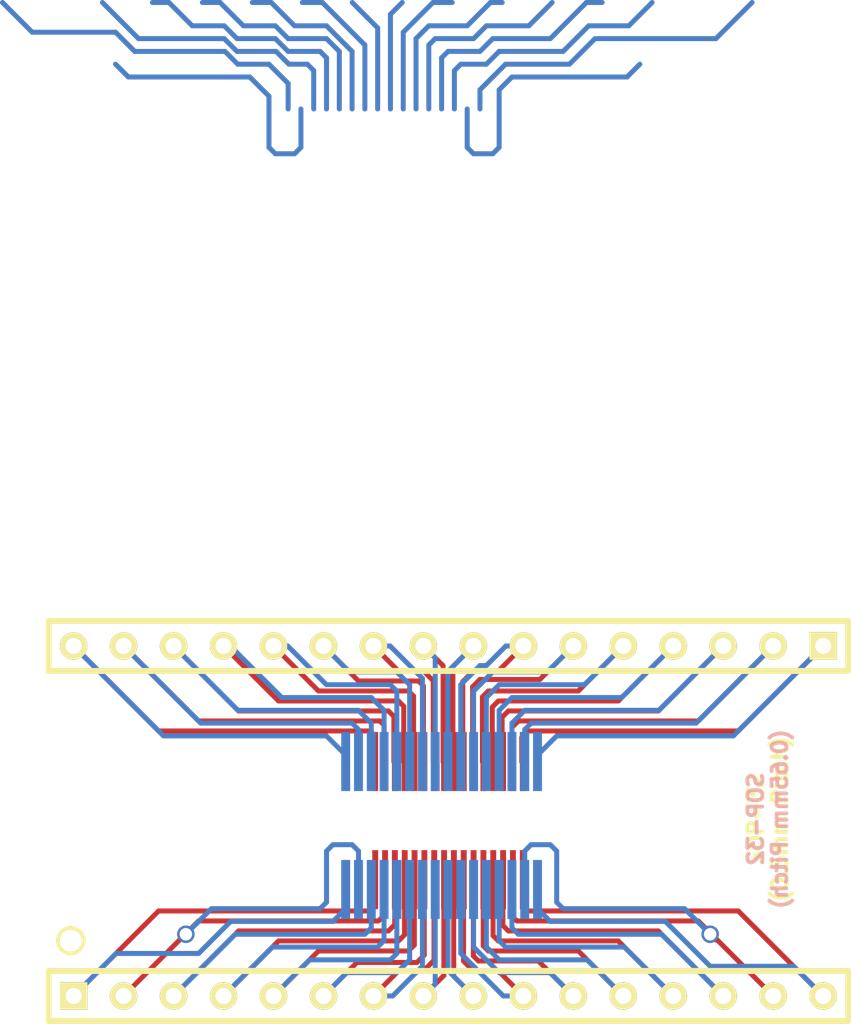
<source format=kicad_pcb>
(kicad_pcb (version 3) (host pcbnew "(2014-01-10 BZR 4027)-stable")

  (general
    (links 0)
    (no_connects 0)
    (area 88.569799 54.279799 129.870201 75.260201)
    (thickness 1.6)
    (drawings 3)
    (tracks 357)
    (zones 0)
    (modules 4)
    (nets 33)
  )

  (page A3)
  (layers
    (15 F.Cu signal)
    (0 B.Cu signal)
    (16 B.Adhes user)
    (17 F.Adhes user)
    (18 B.Paste user)
    (19 F.Paste user)
    (20 B.SilkS user)
    (21 F.SilkS user)
    (22 B.Mask user)
    (23 F.Mask user)
    (24 Dwgs.User user)
    (25 Cmts.User user)
    (26 Eco1.User user)
    (27 Eco2.User user)
    (28 Edge.Cuts user)
  )

  (setup
    (last_trace_width 0.254)
    (trace_clearance 0.1778)
    (zone_clearance 0.508)
    (zone_45_only no)
    (trace_min 0.254)
    (segment_width 0.2)
    (edge_width 0.1)
    (via_size 0.889)
    (via_drill 0.635)
    (via_min_size 0.889)
    (via_min_drill 0.508)
    (uvia_size 0.508)
    (uvia_drill 0.127)
    (uvias_allowed no)
    (uvia_min_size 0.508)
    (uvia_min_drill 0.127)
    (pcb_text_width 0.3)
    (pcb_text_size 1.5 1.5)
    (mod_edge_width 0.15)
    (mod_text_size 1 1)
    (mod_text_width 0.15)
    (pad_size 3 0.455)
    (pad_drill 0)
    (pad_to_mask_clearance 0)
    (aux_axis_origin 0 0)
    (visible_elements FFFFFBBF)
    (pcbplotparams
      (layerselection 3178497)
      (usegerberextensions true)
      (excludeedgelayer true)
      (linewidth 0.150000)
      (plotframeref false)
      (viasonmask false)
      (mode 1)
      (useauxorigin false)
      (hpglpennumber 1)
      (hpglpenspeed 20)
      (hpglpendiameter 15)
      (hpglpenoverlay 2)
      (psnegative false)
      (psa4output false)
      (plotreference true)
      (plotvalue true)
      (plotothertext true)
      (plotinvisibletext false)
      (padsonsilk false)
      (subtractmaskfromsilk false)
      (outputformat 1)
      (mirror false)
      (drillshape 1)
      (scaleselection 1)
      (outputdirectory ""))
  )

  (net 0 "")
  (net 1 N-000001)
  (net 2 N-0000010)
  (net 3 N-0000011)
  (net 4 N-0000012)
  (net 5 N-0000013)
  (net 6 N-0000014)
  (net 7 N-0000015)
  (net 8 N-0000016)
  (net 9 N-0000017)
  (net 10 N-0000018)
  (net 11 N-0000019)
  (net 12 N-000002)
  (net 13 N-0000020)
  (net 14 N-0000021)
  (net 15 N-0000022)
  (net 16 N-0000023)
  (net 17 N-0000024)
  (net 18 N-0000025)
  (net 19 N-0000026)
  (net 20 N-0000027)
  (net 21 N-0000028)
  (net 22 N-0000029)
  (net 23 N-000003)
  (net 24 N-0000030)
  (net 25 N-0000031)
  (net 26 N-0000032)
  (net 27 N-000004)
  (net 28 N-000005)
  (net 29 N-000006)
  (net 30 N-000007)
  (net 31 N-000008)
  (net 32 N-000009)

  (net_class Default "This is the default net class."
    (clearance 0.1778)
    (trace_width 0.254)
    (via_dia 0.889)
    (via_drill 0.635)
    (uvia_dia 0.508)
    (uvia_drill 0.127)
    (add_net "")
    (add_net N-000001)
    (add_net N-0000010)
    (add_net N-0000011)
    (add_net N-0000012)
    (add_net N-0000013)
    (add_net N-0000014)
    (add_net N-0000015)
    (add_net N-0000016)
    (add_net N-0000017)
    (add_net N-0000018)
    (add_net N-0000019)
    (add_net N-000002)
    (add_net N-0000020)
    (add_net N-0000021)
    (add_net N-0000022)
    (add_net N-0000023)
    (add_net N-0000024)
    (add_net N-0000025)
    (add_net N-0000026)
    (add_net N-0000027)
    (add_net N-0000028)
    (add_net N-0000029)
    (add_net N-000003)
    (add_net N-0000030)
    (add_net N-0000031)
    (add_net N-0000032)
    (add_net N-000004)
    (add_net N-000005)
    (add_net N-000006)
    (add_net N-000007)
    (add_net N-000008)
    (add_net N-000009)
  )

  (module SOP-32_065 (layer B.Cu) (tedit 54EF542C) (tstamp 54EE5EAB)
    (at 108.55 65 90)
    (descr "SOP-32 in 0.65mm pitch.  Suitable for breakout boards.")
    (path /54EE53E8)
    (fp_text reference K2 (at 0 0 90) (layer B.SilkS) hide
      (effects (font (size 1 1) (thickness 0.15)) (justify mirror))
    )
    (fp_text value PINS_32 (at 0 0 90) (layer B.SilkS) hide
      (effects (font (size 1 1) (thickness 0.15)) (justify mirror))
    )
    (pad 1 smd rect (at -3.25 5.2 90) (size 3 0.455)
      (layers B.Cu B.Paste B.Mask)
      (net 1 N-000001)
    )
    (pad 2 smd rect (at -3.25 4.55 90) (size 3 0.455)
      (layers B.Cu B.Paste B.Mask)
      (net 12 N-000002)
    )
    (pad 3 smd rect (at -3.25 3.9 90) (size 3 0.455)
      (layers B.Cu B.Paste B.Mask)
      (net 23 N-000003)
    )
    (pad 4 smd rect (at -3.25 3.25 90) (size 3 0.455)
      (layers B.Cu B.Paste B.Mask)
      (net 27 N-000004)
    )
    (pad 5 smd rect (at -3.25 2.6 90) (size 3 0.455)
      (layers B.Cu B.Paste B.Mask)
      (net 28 N-000005)
    )
    (pad 6 smd rect (at -3.25 1.95 90) (size 3 0.455)
      (layers B.Cu B.Paste B.Mask)
      (net 29 N-000006)
    )
    (pad 7 smd rect (at -3.25 1.3 90) (size 3 0.455)
      (layers B.Cu B.Paste B.Mask)
      (net 30 N-000007)
    )
    (pad 8 smd rect (at -3.25 0.65 90) (size 3 0.455)
      (layers B.Cu B.Paste B.Mask)
      (net 31 N-000008)
    )
    (pad 9 smd rect (at -3.25 0 90) (size 3 0.455)
      (layers B.Cu B.Paste B.Mask)
      (net 5 N-0000013)
    )
    (pad 10 smd rect (at -3.25 -0.65 90) (size 3 0.455)
      (layers B.Cu B.Paste B.Mask)
      (net 6 N-0000014)
    )
    (pad 11 smd rect (at -3.25 -1.3 90) (size 3 0.455)
      (layers B.Cu B.Paste B.Mask)
      (net 9 N-0000017)
    )
    (pad 12 smd rect (at -3.25 -1.95 90) (size 3 0.455)
      (layers B.Cu B.Paste B.Mask)
      (net 13 N-0000020)
    )
    (pad 13 smd rect (at -3.25 -2.6 90) (size 3 0.455)
      (layers B.Cu B.Paste B.Mask)
      (net 16 N-0000023)
    )
    (pad 14 smd rect (at -3.25 -3.25 90) (size 3 0.455)
      (layers B.Cu B.Paste B.Mask)
      (net 18 N-0000025)
    )
    (pad 15 smd rect (at -3.25 -3.9 90) (size 3 0.455)
      (layers B.Cu B.Paste B.Mask)
      (net 20 N-0000027)
    )
    (pad 16 smd rect (at -3.25 -4.55 90) (size 3 0.455)
      (layers B.Cu B.Paste B.Mask)
      (net 22 N-0000029)
    )
    (pad 17 smd rect (at 3.25 -4.55 90) (size 3 0.455)
      (layers B.Cu B.Paste B.Mask)
      (net 25 N-0000031)
    )
    (pad 18 smd rect (at 3.25 -3.9 90) (size 3 0.455)
      (layers B.Cu B.Paste B.Mask)
      (net 32 N-000009)
    )
    (pad 19 smd rect (at 3.25 -3.25 90) (size 3 0.455)
      (layers B.Cu B.Paste B.Mask)
      (net 3 N-0000011)
    )
    (pad 20 smd rect (at 3.25 -2.6 90) (size 3 0.455)
      (layers B.Cu B.Paste B.Mask)
      (net 7 N-0000015)
    )
    (pad 21 smd rect (at 3.25 -1.95 90) (size 3 0.455)
      (layers B.Cu B.Paste B.Mask)
      (net 10 N-0000018)
    )
    (pad 22 smd rect (at 3.25 -1.3 90) (size 3 0.455)
      (layers B.Cu B.Paste B.Mask)
      (net 14 N-0000021)
    )
    (pad 23 smd rect (at 3.25 -0.65 90) (size 3 0.455)
      (layers B.Cu B.Paste B.Mask)
      (net 17 N-0000024)
    )
    (pad 24 smd rect (at 3.25 0 90) (size 3 0.455)
      (layers B.Cu B.Paste B.Mask)
      (net 19 N-0000026)
    )
    (pad 25 smd rect (at 3.25 0.65 90) (size 3 0.455)
      (layers B.Cu B.Paste B.Mask)
      (net 21 N-0000028)
    )
    (pad 26 smd rect (at 3.25 1.3 90) (size 3 0.455)
      (layers B.Cu B.Paste B.Mask)
      (net 24 N-0000030)
    )
    (pad 27 smd rect (at 3.25 1.95 90) (size 3 0.455)
      (layers B.Cu B.Paste B.Mask)
      (net 26 N-0000032)
    )
    (pad 28 smd rect (at 3.25 2.6 90) (size 3 0.455)
      (layers B.Cu B.Paste B.Mask)
      (net 2 N-0000010)
    )
    (pad 29 smd rect (at 3.25 3.25 90) (size 3 0.455)
      (layers B.Cu B.Paste B.Mask)
      (net 4 N-0000012)
    )
    (pad 30 smd rect (at 3.25 3.9 90) (size 3 0.455)
      (layers B.Cu B.Paste B.Mask)
      (net 8 N-0000016)
    )
    (pad 31 smd rect (at 3.25 4.55 90) (size 3 0.455)
      (layers B.Cu B.Paste B.Mask)
      (net 11 N-0000019)
    )
    (pad 32 smd rect (at 3.25 5.2 90) (size 3 0.455)
      (layers B.Cu B.Paste B.Mask)
      (net 15 N-0000022)
    )
  )

  (module SOP-32_05 (layer F.Cu) (tedit 54EE5BFC) (tstamp 54EE5ECF)
    (at 109 64.75 270)
    (descr "SOP-32 in 0.5mm pitch.  Suitable for breakout boards.")
    (path /54EE53DB)
    (fp_text reference K1 (at 0 0 270) (layer F.SilkS) hide
      (effects (font (size 1 1) (thickness 0.15)))
    )
    (fp_text value PINS_32 (at 0 0 270) (layer F.SilkS) hide
      (effects (font (size 1 1) (thickness 0.15)))
    )
    (pad 1 smd rect (at -3 -4 270) (size 3 0.3)
      (layers F.Cu F.Paste F.Mask)
      (net 15 N-0000022)
    )
    (pad 2 smd rect (at -3 -3.5 270) (size 3 0.3)
      (layers F.Cu F.Paste F.Mask)
      (net 11 N-0000019)
    )
    (pad 3 smd rect (at -3 -3 270) (size 3 0.3)
      (layers F.Cu F.Paste F.Mask)
      (net 8 N-0000016)
    )
    (pad 4 smd rect (at -3 -2.5 270) (size 3 0.3)
      (layers F.Cu F.Paste F.Mask)
      (net 4 N-0000012)
    )
    (pad 5 smd rect (at -3 -2 270) (size 3 0.3)
      (layers F.Cu F.Paste F.Mask)
      (net 2 N-0000010)
    )
    (pad 6 smd rect (at -3 -1.5 270) (size 3 0.3)
      (layers F.Cu F.Paste F.Mask)
      (net 26 N-0000032)
    )
    (pad 7 smd rect (at -3 -1 270) (size 3 0.3)
      (layers F.Cu F.Paste F.Mask)
      (net 24 N-0000030)
    )
    (pad 8 smd rect (at -3 -0.5 270) (size 3 0.3)
      (layers F.Cu F.Paste F.Mask)
      (net 21 N-0000028)
    )
    (pad 9 smd rect (at -3 0 270) (size 3 0.3)
      (layers F.Cu F.Paste F.Mask)
      (net 19 N-0000026)
    )
    (pad 10 smd rect (at -3 0.5 270) (size 3 0.3)
      (layers F.Cu F.Paste F.Mask)
      (net 17 N-0000024)
    )
    (pad 11 smd rect (at -3 1 270) (size 3 0.3)
      (layers F.Cu F.Paste F.Mask)
      (net 14 N-0000021)
    )
    (pad 12 smd rect (at -3 1.5 270) (size 3 0.3)
      (layers F.Cu F.Paste F.Mask)
      (net 10 N-0000018)
    )
    (pad 13 smd rect (at -3 2 270) (size 3 0.3)
      (layers F.Cu F.Paste F.Mask)
      (net 7 N-0000015)
    )
    (pad 14 smd rect (at -3 2.5 270) (size 3 0.3)
      (layers F.Cu F.Paste F.Mask)
      (net 3 N-0000011)
    )
    (pad 15 smd rect (at -3 3 270) (size 3 0.3)
      (layers F.Cu F.Paste F.Mask)
      (net 32 N-000009)
    )
    (pad 16 smd rect (at -3 3.5 270) (size 3 0.3)
      (layers F.Cu F.Paste F.Mask)
      (net 25 N-0000031)
    )
    (pad 17 smd rect (at 3 3.5 270) (size 3 0.3)
      (layers F.Cu F.Paste F.Mask)
      (net 22 N-0000029)
    )
    (pad 18 smd rect (at 3 3 270) (size 3 0.3)
      (layers F.Cu F.Paste F.Mask)
      (net 20 N-0000027)
    )
    (pad 19 smd rect (at 3 2.5 270) (size 3 0.3)
      (layers F.Cu F.Paste F.Mask)
      (net 18 N-0000025)
    )
    (pad 20 smd rect (at 3 2 270) (size 3 0.3)
      (layers F.Cu F.Paste F.Mask)
      (net 16 N-0000023)
    )
    (pad 21 smd rect (at 3 1.5 270) (size 3 0.3)
      (layers F.Cu F.Paste F.Mask)
      (net 13 N-0000020)
    )
    (pad 22 smd rect (at 3 1 270) (size 3 0.3)
      (layers F.Cu F.Paste F.Mask)
      (net 9 N-0000017)
    )
    (pad 23 smd rect (at 3 0.5 270) (size 3 0.3)
      (layers F.Cu F.Paste F.Mask)
      (net 6 N-0000014)
    )
    (pad 24 smd rect (at 3 0 270) (size 3 0.3)
      (layers F.Cu F.Paste F.Mask)
      (net 5 N-0000013)
    )
    (pad 25 smd rect (at 3 -0.5 270) (size 3 0.3)
      (layers F.Cu F.Paste F.Mask)
      (net 31 N-000008)
    )
    (pad 26 smd rect (at 3 -1 270) (size 3 0.3)
      (layers F.Cu F.Paste F.Mask)
      (net 30 N-000007)
    )
    (pad 27 smd rect (at 3 -1.5 270) (size 3 0.3)
      (layers F.Cu F.Paste F.Mask)
      (net 29 N-000006)
    )
    (pad 28 smd rect (at 3 -2 270) (size 3 0.3)
      (layers F.Cu F.Paste F.Mask)
      (net 28 N-000005)
    )
    (pad 29 smd rect (at 3 -2.5 270) (size 3 0.3)
      (layers F.Cu F.Paste F.Mask)
      (net 27 N-000004)
    )
    (pad 30 smd rect (at 3 -3 270) (size 3 0.3)
      (layers F.Cu F.Paste F.Mask)
      (net 23 N-000003)
    )
    (pad 31 smd rect (at 3 -3.5 270) (size 3 0.3)
      (layers F.Cu F.Paste F.Mask)
      (net 12 N-000002)
    )
    (pad 32 smd rect (at 3 -4 270) (size 3 0.3)
      (layers F.Cu F.Paste F.Mask)
      (net 1 N-000001)
    )
  )

  (module SIL-16 (layer F.Cu) (tedit 54EE5BE1) (tstamp 54EE5EFF)
    (at 109.22 73.66)
    (descr "Connecteur 16 pins")
    (tags "CONN DEV")
    (path /54EE53FD)
    (fp_text reference K4 (at -11.43 -2.54) (layer F.SilkS) hide
      (effects (font (size 1.72974 1.08712) (thickness 0.27178)))
    )
    (fp_text value PINS_16 (at 6.35 -2.54) (layer F.SilkS) hide
      (effects (font (size 1.524 1.016) (thickness 0.254)))
    )
    (fp_line (start -20.32 -1.27) (end 20.32 -1.27) (layer F.SilkS) (width 0.3048))
    (fp_line (start 20.32 -1.27) (end 20.32 1.27) (layer F.SilkS) (width 0.3048))
    (fp_line (start 20.32 1.27) (end -20.32 1.27) (layer F.SilkS) (width 0.3048))
    (fp_line (start -20.32 1.27) (end -20.32 -1.27) (layer F.SilkS) (width 0.3048))
    (pad 1 thru_hole rect (at -19.05 0) (size 1.397 1.397) (drill 0.8128)
      (layers *.Cu *.Mask F.SilkS)
      (net 22 N-0000029)
    )
    (pad 2 thru_hole circle (at -16.51 0) (size 1.397 1.397) (drill 0.8128)
      (layers *.Cu *.Mask F.SilkS)
      (net 20 N-0000027)
    )
    (pad 3 thru_hole circle (at -13.97 0) (size 1.397 1.397) (drill 0.8128)
      (layers *.Cu *.Mask F.SilkS)
      (net 18 N-0000025)
    )
    (pad 4 thru_hole circle (at -11.43 0) (size 1.397 1.397) (drill 0.8128)
      (layers *.Cu *.Mask F.SilkS)
      (net 16 N-0000023)
    )
    (pad 5 thru_hole circle (at -8.89 0) (size 1.397 1.397) (drill 0.8128)
      (layers *.Cu *.Mask F.SilkS)
      (net 13 N-0000020)
    )
    (pad 6 thru_hole circle (at -6.35 0) (size 1.397 1.397) (drill 0.8128)
      (layers *.Cu *.Mask F.SilkS)
      (net 9 N-0000017)
    )
    (pad 7 thru_hole circle (at -3.81 0) (size 1.397 1.397) (drill 0.8128)
      (layers *.Cu *.Mask F.SilkS)
      (net 6 N-0000014)
    )
    (pad 8 thru_hole circle (at -1.27 0) (size 1.397 1.397) (drill 0.8128)
      (layers *.Cu *.Mask F.SilkS)
      (net 5 N-0000013)
    )
    (pad 9 thru_hole circle (at 1.27 0) (size 1.397 1.397) (drill 0.8128)
      (layers *.Cu *.Mask F.SilkS)
      (net 31 N-000008)
    )
    (pad 10 thru_hole circle (at 3.81 0) (size 1.397 1.397) (drill 0.8128)
      (layers *.Cu *.Mask F.SilkS)
      (net 30 N-000007)
    )
    (pad 11 thru_hole circle (at 6.35 0) (size 1.397 1.397) (drill 0.8128)
      (layers *.Cu *.Mask F.SilkS)
      (net 29 N-000006)
    )
    (pad 12 thru_hole circle (at 8.89 0) (size 1.397 1.397) (drill 0.8128)
      (layers *.Cu *.Mask F.SilkS)
      (net 28 N-000005)
    )
    (pad 13 thru_hole circle (at 11.43 0) (size 1.397 1.397) (drill 0.8128)
      (layers *.Cu *.Mask F.SilkS)
      (net 27 N-000004)
    )
    (pad 14 thru_hole circle (at 13.97 0) (size 1.397 1.397) (drill 0.8128)
      (layers *.Cu *.Mask F.SilkS)
      (net 23 N-000003)
    )
    (pad 15 thru_hole circle (at 16.51 0) (size 1.397 1.397) (drill 0.8128)
      (layers *.Cu *.Mask F.SilkS)
      (net 12 N-000002)
    )
    (pad 16 thru_hole circle (at 19.05 0) (size 1.397 1.397) (drill 0.8128)
      (layers *.Cu *.Mask F.SilkS)
      (net 1 N-000001)
    )
  )

  (module SIL-16 (layer F.Cu) (tedit 54EE5BE4) (tstamp 54EE5EE7)
    (at 109.22 55.88 180)
    (descr "Connecteur 16 pins")
    (tags "CONN DEV")
    (path /54EE53F0)
    (fp_text reference K3 (at -11.43 -2.54 180) (layer F.SilkS) hide
      (effects (font (size 1.72974 1.08712) (thickness 0.27178)))
    )
    (fp_text value PINS_16 (at 6.35 -2.54 180) (layer F.SilkS) hide
      (effects (font (size 1.524 1.016) (thickness 0.254)))
    )
    (fp_line (start -20.32 -1.27) (end 20.32 -1.27) (layer F.SilkS) (width 0.3048))
    (fp_line (start 20.32 -1.27) (end 20.32 1.27) (layer F.SilkS) (width 0.3048))
    (fp_line (start 20.32 1.27) (end -20.32 1.27) (layer F.SilkS) (width 0.3048))
    (fp_line (start -20.32 1.27) (end -20.32 -1.27) (layer F.SilkS) (width 0.3048))
    (pad 1 thru_hole rect (at -19.05 0 180) (size 1.397 1.397) (drill 0.8128)
      (layers *.Cu *.Mask F.SilkS)
      (net 15 N-0000022)
    )
    (pad 2 thru_hole circle (at -16.51 0 180) (size 1.397 1.397) (drill 0.8128)
      (layers *.Cu *.Mask F.SilkS)
      (net 11 N-0000019)
    )
    (pad 3 thru_hole circle (at -13.97 0 180) (size 1.397 1.397) (drill 0.8128)
      (layers *.Cu *.Mask F.SilkS)
      (net 8 N-0000016)
    )
    (pad 4 thru_hole circle (at -11.43 0 180) (size 1.397 1.397) (drill 0.8128)
      (layers *.Cu *.Mask F.SilkS)
      (net 4 N-0000012)
    )
    (pad 5 thru_hole circle (at -8.89 0 180) (size 1.397 1.397) (drill 0.8128)
      (layers *.Cu *.Mask F.SilkS)
      (net 2 N-0000010)
    )
    (pad 6 thru_hole circle (at -6.35 0 180) (size 1.397 1.397) (drill 0.8128)
      (layers *.Cu *.Mask F.SilkS)
      (net 26 N-0000032)
    )
    (pad 7 thru_hole circle (at -3.81 0 180) (size 1.397 1.397) (drill 0.8128)
      (layers *.Cu *.Mask F.SilkS)
      (net 24 N-0000030)
    )
    (pad 8 thru_hole circle (at -1.27 0 180) (size 1.397 1.397) (drill 0.8128)
      (layers *.Cu *.Mask F.SilkS)
      (net 21 N-0000028)
    )
    (pad 9 thru_hole circle (at 1.27 0 180) (size 1.397 1.397) (drill 0.8128)
      (layers *.Cu *.Mask F.SilkS)
      (net 19 N-0000026)
    )
    (pad 10 thru_hole circle (at 3.81 0 180) (size 1.397 1.397) (drill 0.8128)
      (layers *.Cu *.Mask F.SilkS)
      (net 17 N-0000024)
    )
    (pad 11 thru_hole circle (at 6.35 0 180) (size 1.397 1.397) (drill 0.8128)
      (layers *.Cu *.Mask F.SilkS)
      (net 14 N-0000021)
    )
    (pad 12 thru_hole circle (at 8.89 0 180) (size 1.397 1.397) (drill 0.8128)
      (layers *.Cu *.Mask F.SilkS)
      (net 10 N-0000018)
    )
    (pad 13 thru_hole circle (at 11.43 0 180) (size 1.397 1.397) (drill 0.8128)
      (layers *.Cu *.Mask F.SilkS)
      (net 7 N-0000015)
    )
    (pad 14 thru_hole circle (at 13.97 0 180) (size 1.397 1.397) (drill 0.8128)
      (layers *.Cu *.Mask F.SilkS)
      (net 3 N-0000011)
    )
    (pad 15 thru_hole circle (at 16.51 0 180) (size 1.397 1.397) (drill 0.8128)
      (layers *.Cu *.Mask F.SilkS)
      (net 32 N-000009)
    )
    (pad 16 thru_hole circle (at 19.05 0 180) (size 1.397 1.397) (drill 0.8128)
      (layers *.Cu *.Mask F.SilkS)
      (net 25 N-0000031)
    )
  )

  (gr_text "SOP-32\n(0.5mm Pitch)" (at 125.45 64.675 90) (layer F.SilkS)
    (effects (font (size 0.762 0.762) (thickness 0.1905)))
  )
  (gr_text "SOP-32\n(0.65mm Pitch)" (at 125.45 64.675 90) (layer B.SilkS)
    (effects (font (size 0.762 0.762) (thickness 0.1905)) (justify mirror))
  )
  (gr_circle (center 90.025 70.85) (end 90.025 70.2) (layer F.SilkS) (width 0.2))

  (segment (start 100.1 26.325) (end 98.51434 26.325) (width 0.254) (layer B.Cu) (net 0) (tstamp 54EF5566))
  (segment (start 98.51434 26.325) (end 97.86434 25.675) (width 0.254) (layer B.Cu) (net 0) (tstamp 54EF5565))
  (segment (start 97.86434 25.675) (end 93.275 25.675) (width 0.254) (layer B.Cu) (net 0) (tstamp 54EF5564))
  (segment (start 93.275 25.675) (end 92.3 24.7) (width 0.254) (layer B.Cu) (net 0) (tstamp 54EF5563))
  (segment (start 92.3 24.7) (end 88.065 24.7) (width 0.254) (layer B.Cu) (net 0) (tstamp 54EF5562))
  (segment (start 88.065 24.7) (end 86.555 23.19) (width 0.254) (layer B.Cu) (net 0) (tstamp 54EF5561))
  (segment (start 101.075 27.3) (end 100.1 26.325) (width 0.254) (layer B.Cu) (net 0) (tstamp 54EF5560))
  (segment (start 101.075 28.6) (end 101.075 27.3) (width 0.254) (layer B.Cu) (net 0) (tstamp 54EF555F))
  (segment (start 106.275 23.79) (end 106.875 23.19) (width 0.254) (layer B.Cu) (net 0) (tstamp 54EF5568))
  (segment (start 106.275 28.6) (end 106.275 23.79) (width 0.254) (layer B.Cu) (net 0) (tstamp 54EF5567))
  (segment (start 108.435 23.19) (end 109.415 23.19) (width 0.254) (layer B.Cu) (net 0) (tstamp 54EF556B))
  (segment (start 106.925 24.7) (end 108.435 23.19) (width 0.254) (layer B.Cu) (net 0) (tstamp 54EF556A))
  (segment (start 106.925 28.6) (end 106.925 24.7) (width 0.254) (layer B.Cu) (net 0) (tstamp 54EF5569))
  (segment (start 107.575 25.025) (end 108.225 24.375) (width 0.254) (layer B.Cu) (net 0) (tstamp 54EF5570))
  (segment (start 108.225 24.375) (end 110.175 24.375) (width 0.254) (layer B.Cu) (net 0) (tstamp 54EF556F))
  (segment (start 110.175 24.375) (end 111.36 23.19) (width 0.254) (layer B.Cu) (net 0) (tstamp 54EF556E))
  (segment (start 111.36 23.19) (end 111.955 23.19) (width 0.254) (layer B.Cu) (net 0) (tstamp 54EF556D))
  (segment (start 107.575 28.6) (end 107.575 25.025) (width 0.254) (layer B.Cu) (net 0) (tstamp 54EF556C))
  (segment (start 101.725 30.55) (end 101.4 30.875) (width 0.254) (layer B.Cu) (net 0) (tstamp 54EF5578))
  (segment (start 101.4 30.875) (end 100.425 30.875) (width 0.254) (layer B.Cu) (net 0) (tstamp 54EF5577))
  (segment (start 100.425 30.875) (end 100.1 30.55) (width 0.254) (layer B.Cu) (net 0) (tstamp 54EF5576))
  (segment (start 100.1 30.55) (end 100.1 27.95) (width 0.254) (layer B.Cu) (net 0) (tstamp 54EF5575))
  (segment (start 100.1 27.95) (end 99.125 26.975) (width 0.254) (layer B.Cu) (net 0) (tstamp 54EF5574))
  (segment (start 99.125 26.975) (end 92.95 26.975) (width 0.254) (layer B.Cu) (net 0) (tstamp 54EF5573))
  (segment (start 92.95 26.975) (end 92.3 26.325) (width 0.254) (layer B.Cu) (net 0) (tstamp 54EF5572))
  (segment (start 101.725 28.6) (end 101.725 30.55) (width 0.254) (layer B.Cu) (net 0) (tstamp 54EF5571))
  (segment (start 108.225 25.35) (end 108.55 25.025) (width 0.254) (layer B.Cu) (net 0) (tstamp 54EF557E))
  (segment (start 108.55 25.025) (end 110.5 25.025) (width 0.254) (layer B.Cu) (net 0) (tstamp 54EF557D))
  (segment (start 110.5 25.025) (end 111.15 24.375) (width 0.254) (layer B.Cu) (net 0) (tstamp 54EF557C))
  (segment (start 111.15 24.375) (end 113.31 24.375) (width 0.254) (layer B.Cu) (net 0) (tstamp 54EF557B))
  (segment (start 113.31 24.375) (end 114.495 23.19) (width 0.254) (layer B.Cu) (net 0) (tstamp 54EF557A))
  (segment (start 108.225 28.6) (end 108.225 25.35) (width 0.254) (layer B.Cu) (net 0) (tstamp 54EF5579))
  (segment (start 108.875 26) (end 109.2 25.675) (width 0.254) (layer B.Cu) (net 0) (tstamp 54EF5585))
  (segment (start 109.2 25.675) (end 110.825 25.675) (width 0.254) (layer B.Cu) (net 0) (tstamp 54EF5584))
  (segment (start 110.825 25.675) (end 111.475 25.025) (width 0.254) (layer B.Cu) (net 0) (tstamp 54EF5583))
  (segment (start 111.475 25.025) (end 114.4 25.025) (width 0.254) (layer B.Cu) (net 0) (tstamp 54EF5582))
  (segment (start 114.4 25.025) (end 116.235 23.19) (width 0.254) (layer B.Cu) (net 0) (tstamp 54EF5581))
  (segment (start 116.235 23.19) (end 117.035 23.19) (width 0.254) (layer B.Cu) (net 0) (tstamp 54EF5580))
  (segment (start 108.875 28.6) (end 108.875 26) (width 0.254) (layer B.Cu) (net 0) (tstamp 54EF557F))
  (segment (start 109.525 26.65) (end 109.85 26.325) (width 0.254) (layer B.Cu) (net 0) (tstamp 54EF558D))
  (segment (start 109.85 26.325) (end 111.15 26.325) (width 0.254) (layer B.Cu) (net 0) (tstamp 54EF558C))
  (segment (start 111.15 26.325) (end 111.8 25.675) (width 0.254) (layer B.Cu) (net 0) (tstamp 54EF558B))
  (segment (start 111.8 25.675) (end 115.05 25.675) (width 0.254) (layer B.Cu) (net 0) (tstamp 54EF558A))
  (segment (start 115.05 25.675) (end 116.35 24.375) (width 0.254) (layer B.Cu) (net 0) (tstamp 54EF5589))
  (segment (start 116.35 24.375) (end 118.39 24.375) (width 0.254) (layer B.Cu) (net 0) (tstamp 54EF5588))
  (segment (start 118.39 24.375) (end 119.575 23.19) (width 0.254) (layer B.Cu) (net 0) (tstamp 54EF5587))
  (segment (start 109.525 28.6) (end 109.525 26.65) (width 0.254) (layer B.Cu) (net 0) (tstamp 54EF5586))
  (segment (start 110.175 30.55) (end 110.5 30.875) (width 0.254) (layer B.Cu) (net 0) (tstamp 54EF5595))
  (segment (start 110.5 30.875) (end 111.475 30.875) (width 0.254) (layer B.Cu) (net 0) (tstamp 54EF5594))
  (segment (start 111.475 30.875) (end 111.8 30.55) (width 0.254) (layer B.Cu) (net 0) (tstamp 54EF5593))
  (segment (start 111.8 30.55) (end 111.8 27.625) (width 0.254) (layer B.Cu) (net 0) (tstamp 54EF5592))
  (segment (start 111.8 27.625) (end 112.45 26.975) (width 0.254) (layer B.Cu) (net 0) (tstamp 54EF5591))
  (segment (start 112.45 26.975) (end 118.3 26.975) (width 0.254) (layer B.Cu) (net 0) (tstamp 54EF5590))
  (segment (start 118.3 26.975) (end 118.95 26.325) (width 0.254) (layer B.Cu) (net 0) (tstamp 54EF558F))
  (segment (start 110.175 28.6) (end 110.175 30.55) (width 0.254) (layer B.Cu) (net 0) (tstamp 54EF558E))
  (segment (start 110.825 27.625) (end 112.125 26.325) (width 0.254) (layer B.Cu) (net 0) (tstamp 54EF559B))
  (segment (start 112.125 26.325) (end 115.375 26.325) (width 0.254) (layer B.Cu) (net 0) (tstamp 54EF559A))
  (segment (start 115.375 26.325) (end 116.675 25.025) (width 0.254) (layer B.Cu) (net 0) (tstamp 54EF5599))
  (segment (start 116.675 25.025) (end 122.82 25.025) (width 0.254) (layer B.Cu) (net 0) (tstamp 54EF5598))
  (segment (start 122.82 25.025) (end 124.655 23.19) (width 0.254) (layer B.Cu) (net 0) (tstamp 54EF5597))
  (segment (start 110.825 28.6) (end 110.825 27.625) (width 0.254) (layer B.Cu) (net 0) (tstamp 54EF5596))
  (segment (start 102.375 26.65) (end 102.05 26.325) (width 0.254) (layer B.Cu) (net 0) (tstamp 54EF55A3))
  (segment (start 102.05 26.325) (end 101.11434 26.325) (width 0.254) (layer B.Cu) (net 0) (tstamp 54EF55A2))
  (segment (start 101.11434 26.325) (end 100.46434 25.675) (width 0.254) (layer B.Cu) (net 0) (tstamp 54EF55A1))
  (segment (start 100.46434 25.675) (end 98.475 25.675) (width 0.254) (layer B.Cu) (net 0) (tstamp 54EF55A0))
  (segment (start 98.475 25.675) (end 97.825 25.025) (width 0.254) (layer B.Cu) (net 0) (tstamp 54EF559F))
  (segment (start 97.825 25.025) (end 93.47 25.025) (width 0.254) (layer B.Cu) (net 0) (tstamp 54EF559E))
  (segment (start 93.47 25.025) (end 91.635 23.19) (width 0.254) (layer B.Cu) (net 0) (tstamp 54EF559D))
  (segment (start 102.375 28.6) (end 102.375 26.65) (width 0.254) (layer B.Cu) (net 0) (tstamp 54EF559C))
  (segment (start 103.025 26) (end 102.7 25.675) (width 0.254) (layer B.Cu) (net 0) (tstamp 54EF55AC))
  (segment (start 102.7 25.675) (end 101.075 25.675) (width 0.254) (layer B.Cu) (net 0) (tstamp 54EF55AB))
  (segment (start 101.075 25.675) (end 100.425 25.025) (width 0.254) (layer B.Cu) (net 0) (tstamp 54EF55AA))
  (segment (start 100.425 25.025) (end 98.475 25.025) (width 0.254) (layer B.Cu) (net 0) (tstamp 54EF55A9))
  (segment (start 98.475 25.025) (end 97.825 24.375) (width 0.254) (layer B.Cu) (net 0) (tstamp 54EF55A8))
  (segment (start 97.825 24.375) (end 96.2 24.375) (width 0.254) (layer B.Cu) (net 0) (tstamp 54EF55A7))
  (segment (start 96.2 24.375) (end 95.015 23.19) (width 0.254) (layer B.Cu) (net 0) (tstamp 54EF55A6))
  (segment (start 95.015 23.19) (end 94.175 23.19) (width 0.254) (layer B.Cu) (net 0) (tstamp 54EF55A5))
  (segment (start 103.025 28.6) (end 103.025 26) (width 0.254) (layer B.Cu) (net 0) (tstamp 54EF55A4))
  (segment (start 103.675 25.675) (end 103.025 25.025) (width 0.254) (layer B.Cu) (net 0) (tstamp 54EF55B3))
  (segment (start 103.025 25.025) (end 101.075 25.025) (width 0.254) (layer B.Cu) (net 0) (tstamp 54EF55B2))
  (segment (start 101.075 25.025) (end 100.425 24.375) (width 0.254) (layer B.Cu) (net 0) (tstamp 54EF55B1))
  (segment (start 100.425 24.375) (end 98.8 24.375) (width 0.254) (layer B.Cu) (net 0) (tstamp 54EF55B0))
  (segment (start 98.8 24.375) (end 97.615 23.19) (width 0.254) (layer B.Cu) (net 0) (tstamp 54EF55AF))
  (segment (start 97.615 23.19) (end 96.715 23.19) (width 0.254) (layer B.Cu) (net 0) (tstamp 54EF55AE))
  (segment (start 103.675 28.6) (end 103.675 25.675) (width 0.254) (layer B.Cu) (net 0) (tstamp 54EF55AD))
  (segment (start 104.325 25.675) (end 103.025 24.375) (width 0.254) (layer B.Cu) (net 0) (tstamp 54EF55B8))
  (segment (start 103.025 24.375) (end 101.4 24.375) (width 0.254) (layer B.Cu) (net 0) (tstamp 54EF55B7))
  (segment (start 101.4 24.375) (end 100.215 23.19) (width 0.254) (layer B.Cu) (net 0) (tstamp 54EF55B6))
  (segment (start 100.215 23.19) (end 99.255 23.19) (width 0.254) (layer B.Cu) (net 0) (tstamp 54EF55B5))
  (segment (start 104.325 28.6) (end 104.325 25.675) (width 0.254) (layer B.Cu) (net 0) (tstamp 54EF55B4))
  (segment (start 104.975 28.6) (end 104.975 25.35) (width 0.254) (layer B.Cu) (net 0) (tstamp 54EF55BB))
  (segment (start 104.975 25.35) (end 102.815 23.19) (width 0.254) (layer B.Cu) (net 0) (tstamp 54EF55BA))
  (segment (start 102.815 23.19) (end 101.795 23.19) (width 0.254) (layer B.Cu) (net 0) (tstamp 54EF55B9))
  (segment (start 105.625 24.48) (end 104.335 23.19) (width 0.254) (layer B.Cu) (net 0) (tstamp 54EF55BD))
  (segment (start 105.625 28.6) (end 105.625 24.48) (width 0.254) (layer B.Cu) (net 0) (tstamp 54EF55BC))
  (segment (start 113.75 68.25) (end 113.75 69.225) (width 0.254) (layer B.Cu) (net 1))
  (segment (start 120.25 69.875) (end 122.525 72.15) (width 0.254) (layer B.Cu) (net 1) (tstamp 54EF5679))
  (segment (start 114.4 69.875) (end 120.25 69.875) (width 0.254) (layer B.Cu) (net 1) (tstamp 54EF5677))
  (segment (start 113.75 69.225) (end 114.4 69.875) (width 0.254) (layer B.Cu) (net 1) (tstamp 54EF5676))
  (segment (start 126.76 72.15) (end 128.27 73.66) (width 0.254) (layer B.Cu) (net 1) (tstamp 54EF54D0))
  (segment (start 122.525 72.15) (end 126.76 72.15) (width 0.254) (layer B.Cu) (net 1) (tstamp 54EF54CF))
  (segment (start 112.99 69.124198) (end 113.207802 69.342) (width 0.254) (layer F.Cu) (net 1) (tstamp 54EE6F22))
  (segment (start 113.207802 69.342) (end 123.952 69.342) (width 0.254) (layer F.Cu) (net 1) (tstamp 54EE6F21))
  (segment (start 123.952 69.342) (end 128.27 73.66) (width 0.254) (layer F.Cu) (net 1) (tstamp 54EE6F20))
  (segment (start 112.99 67.77) (end 112.99 69.124198) (width 0.254) (layer F.Cu) (net 1) (tstamp 54EE6F1F))
  (segment (start 111.15 61.75) (end 111.15 58.5) (width 0.254) (layer B.Cu) (net 2))
  (segment (start 116.14 57.85) (end 118.11 55.88) (width 0.254) (layer B.Cu) (net 2) (tstamp 54EF55D4))
  (segment (start 111.8 57.85) (end 116.14 57.85) (width 0.254) (layer B.Cu) (net 2) (tstamp 54EF55D3))
  (segment (start 111.15 58.5) (end 111.8 57.85) (width 0.254) (layer B.Cu) (net 2) (tstamp 54EF55D2))
  (segment (start 110.95 61.77) (end 110.95 58.468) (width 0.254) (layer F.Cu) (net 2))
  (segment (start 115.824 58.166) (end 118.11 55.88) (width 0.254) (layer F.Cu) (net 2) (tstamp 54EE6E24))
  (segment (start 111.252 58.166) (end 115.824 58.166) (width 0.254) (layer F.Cu) (net 2) (tstamp 54EE6E23))
  (segment (start 110.95 58.468) (end 111.252 58.166) (width 0.254) (layer F.Cu) (net 2) (tstamp 54EE6E22))
  (segment (start 105.3 61.75) (end 105.3 59.8) (width 0.254) (layer B.Cu) (net 3))
  (segment (start 98.52 59.15) (end 95.25 55.88) (width 0.254) (layer B.Cu) (net 3) (tstamp 54EF560B))
  (segment (start 104.65 59.15) (end 98.52 59.15) (width 0.254) (layer B.Cu) (net 3) (tstamp 54EF560A))
  (segment (start 105.3 59.8) (end 104.65 59.15) (width 0.254) (layer B.Cu) (net 3) (tstamp 54EF5609))
  (segment (start 106.45 61.77) (end 106.45 59.46) (width 0.254) (layer F.Cu) (net 3))
  (segment (start 98.552 59.182) (end 95.25 55.88) (width 0.254) (layer F.Cu) (net 3) (tstamp 54EE6EDF))
  (segment (start 106.172 59.182) (end 98.552 59.182) (width 0.254) (layer F.Cu) (net 3) (tstamp 54EE6EDE))
  (segment (start 106.45 59.46) (end 106.172 59.182) (width 0.254) (layer F.Cu) (net 3) (tstamp 54EE6EDD))
  (segment (start 111.8 61.75) (end 111.8 59.15) (width 0.254) (layer B.Cu) (net 4))
  (segment (start 118.03 58.5) (end 120.65 55.88) (width 0.254) (layer B.Cu) (net 4) (tstamp 54EF55DA))
  (segment (start 112.45 58.5) (end 118.03 58.5) (width 0.254) (layer B.Cu) (net 4) (tstamp 54EF55D9))
  (segment (start 111.8 59.15) (end 112.45 58.5) (width 0.254) (layer B.Cu) (net 4) (tstamp 54EF55D8))
  (segment (start 111.45 61.77) (end 111.45 58.984) (width 0.254) (layer F.Cu) (net 4))
  (segment (start 117.856 58.674) (end 120.65 55.88) (width 0.254) (layer F.Cu) (net 4) (tstamp 54EE6E2A))
  (segment (start 111.76 58.674) (end 117.856 58.674) (width 0.254) (layer F.Cu) (net 4) (tstamp 54EE6E29))
  (segment (start 111.45 58.984) (end 111.76 58.674) (width 0.254) (layer F.Cu) (net 4) (tstamp 54EE6E28))
  (segment (start 108.55 68.25) (end 108.55 73.06) (width 0.254) (layer B.Cu) (net 5))
  (segment (start 108.99 72.62) (end 107.95 73.66) (width 0.254) (layer F.Cu) (net 5) (tstamp 54EE6F1A))
  (segment (start 108.99 67.77) (end 108.99 72.62) (width 0.254) (layer F.Cu) (net 5) (tstamp 54EE6F19))
  (segment (start 108.55 73.06) (end 107.95 73.66) (width 0.254) (layer B.Cu) (net 5) (tstamp 54EF53C0))
  (segment (start 107.9 68.25) (end 107.9 72.15) (width 0.254) (layer B.Cu) (net 6))
  (segment (start 108.49 71.85) (end 107.95 72.39) (width 0.254) (layer F.Cu) (net 6) (tstamp 54EE6F1E))
  (segment (start 107.95 72.39) (end 106.68 72.39) (width 0.254) (layer F.Cu) (net 6) (tstamp 54EE6F1D))
  (segment (start 106.68 72.39) (end 105.41 73.66) (width 0.254) (layer F.Cu) (net 6) (tstamp 54EE6F1C))
  (segment (start 108.49 67.77) (end 108.49 71.85) (width 0.254) (layer F.Cu) (net 6) (tstamp 54EE6F1B))
  (segment (start 107.9 72.15) (end 106.39 73.66) (width 0.254) (layer B.Cu) (net 6) (tstamp 54EF54EA))
  (segment (start 106.39 73.66) (end 105.41 73.66) (width 0.254) (layer B.Cu) (net 6) (tstamp 54EF54EF))
  (segment (start 105.95 61.75) (end 105.95 59.15) (width 0.254) (layer B.Cu) (net 7))
  (segment (start 98.13 55.88) (end 97.79 55.88) (width 0.254) (layer B.Cu) (net 7) (tstamp 54EF5606))
  (segment (start 100.75 58.5) (end 98.13 55.88) (width 0.254) (layer B.Cu) (net 7) (tstamp 54EF5604))
  (segment (start 105.3 58.5) (end 100.75 58.5) (width 0.254) (layer B.Cu) (net 7) (tstamp 54EF5603))
  (segment (start 105.95 59.15) (end 105.3 58.5) (width 0.254) (layer B.Cu) (net 7) (tstamp 54EF5602))
  (segment (start 106.95 61.77) (end 106.95 58.944) (width 0.254) (layer F.Cu) (net 7))
  (segment (start 100.584 58.674) (end 97.79 55.88) (width 0.254) (layer F.Cu) (net 7) (tstamp 54EE6E78))
  (segment (start 106.68 58.674) (end 100.584 58.674) (width 0.254) (layer F.Cu) (net 7) (tstamp 54EE6E77))
  (segment (start 106.95 58.944) (end 106.68 58.674) (width 0.254) (layer F.Cu) (net 7) (tstamp 54EE6E76))
  (segment (start 112.45 61.75) (end 112.45 59.8) (width 0.254) (layer B.Cu) (net 8))
  (segment (start 119.92 59.15) (end 123.19 55.88) (width 0.254) (layer B.Cu) (net 8) (tstamp 54EF55E1))
  (segment (start 113.1 59.15) (end 119.92 59.15) (width 0.254) (layer B.Cu) (net 8) (tstamp 54EF55E0))
  (segment (start 112.45 59.8) (end 113.1 59.15) (width 0.254) (layer B.Cu) (net 8) (tstamp 54EF55DF))
  (segment (start 111.95 61.77) (end 111.95 59.5) (width 0.254) (layer F.Cu) (net 8))
  (segment (start 119.888 59.182) (end 123.19 55.88) (width 0.254) (layer F.Cu) (net 8) (tstamp 54EE6E30))
  (segment (start 112.268 59.182) (end 119.888 59.182) (width 0.254) (layer F.Cu) (net 8) (tstamp 54EE6E2F))
  (segment (start 111.95 59.5) (end 112.268 59.182) (width 0.254) (layer F.Cu) (net 8) (tstamp 54EE6E2E))
  (segment (start 107.25 68.25) (end 107.25 71.825) (width 0.254) (layer B.Cu) (net 9))
  (segment (start 104.055 72.475) (end 102.87 73.66) (width 0.254) (layer B.Cu) (net 9) (tstamp 54EF5623))
  (segment (start 106.6 72.475) (end 104.055 72.475) (width 0.254) (layer B.Cu) (net 9) (tstamp 54EF5622))
  (segment (start 107.25 71.825) (end 106.6 72.475) (width 0.254) (layer B.Cu) (net 9) (tstamp 54EF5621))
  (segment (start 107.99 71.588) (end 107.619802 71.958198) (width 0.254) (layer F.Cu) (net 9) (tstamp 54EE6F26))
  (segment (start 107.619802 71.958198) (end 104.571802 71.958198) (width 0.254) (layer F.Cu) (net 9) (tstamp 54EE6F25))
  (segment (start 104.571802 71.958198) (end 102.87 73.66) (width 0.254) (layer F.Cu) (net 9) (tstamp 54EE6F24))
  (segment (start 107.99 67.77) (end 107.99 71.588) (width 0.254) (layer F.Cu) (net 9) (tstamp 54EE6F23))
  (segment (start 106.6 61.75) (end 106.6 58.175) (width 0.254) (layer B.Cu) (net 10))
  (segment (start 101.055 55.88) (end 100.33 55.88) (width 0.254) (layer B.Cu) (net 10) (tstamp 54EF55FF))
  (segment (start 103.025 57.85) (end 101.055 55.88) (width 0.254) (layer B.Cu) (net 10) (tstamp 54EF55FD))
  (segment (start 106.275 57.85) (end 103.025 57.85) (width 0.254) (layer B.Cu) (net 10) (tstamp 54EF55FC))
  (segment (start 106.6 58.175) (end 106.275 57.85) (width 0.254) (layer B.Cu) (net 10) (tstamp 54EF55FB))
  (segment (start 107.45 61.77) (end 107.45 58.428) (width 0.254) (layer F.Cu) (net 10))
  (segment (start 102.616 58.166) (end 100.33 55.88) (width 0.254) (layer F.Cu) (net 10) (tstamp 54EE6E72))
  (segment (start 107.188 58.166) (end 102.616 58.166) (width 0.254) (layer F.Cu) (net 10) (tstamp 54EE6E71))
  (segment (start 107.45 58.428) (end 107.188 58.166) (width 0.254) (layer F.Cu) (net 10) (tstamp 54EE6E70))
  (segment (start 113.1 61.75) (end 113.1 60.125) (width 0.254) (layer B.Cu) (net 11))
  (segment (start 121.81 59.8) (end 125.73 55.88) (width 0.254) (layer B.Cu) (net 11) (tstamp 54EF55E7))
  (segment (start 113.425 59.8) (end 121.81 59.8) (width 0.254) (layer B.Cu) (net 11) (tstamp 54EF55E6))
  (segment (start 113.1 60.125) (end 113.425 59.8) (width 0.254) (layer B.Cu) (net 11) (tstamp 54EF55E5))
  (segment (start 112.45 61.77) (end 112.45 60.016) (width 0.254) (layer F.Cu) (net 11))
  (segment (start 121.92 59.69) (end 125.73 55.88) (width 0.254) (layer F.Cu) (net 11) (tstamp 54EE6E36))
  (segment (start 112.776 59.69) (end 121.92 59.69) (width 0.254) (layer F.Cu) (net 11) (tstamp 54EE6E35))
  (segment (start 112.45 60.016) (end 112.776 59.69) (width 0.254) (layer F.Cu) (net 11) (tstamp 54EE6E34))
  (segment (start 115.05 69.225) (end 121.225 69.225) (width 0.254) (layer B.Cu) (net 12))
  (segment (start 121.225 69.225) (end 122.525 70.525) (width 0.254) (layer B.Cu) (net 12) (tstamp 54EF5670))
  (segment (start 122.815 70.815) (end 122.885 70.815) (width 0.254) (layer F.Cu) (net 12) (tstamp 54EF54DE))
  (via (at 122.525 70.525) (size 0.889) (layers F.Cu B.Cu) (net 12))
  (segment (start 122.525 70.525) (end 122.815 70.815) (width 0.254) (layer F.Cu) (net 12) (tstamp 54EF54DD))
  (segment (start 112.49 69.640198) (end 112.699802 69.85) (width 0.254) (layer F.Cu) (net 12) (tstamp 54EE6F2A))
  (segment (start 112.699802 69.85) (end 121.92 69.85) (width 0.254) (layer F.Cu) (net 12) (tstamp 54EE6F29))
  (segment (start 121.92 69.85) (end 122.885 70.815) (width 0.254) (layer F.Cu) (net 12) (tstamp 54EE6F28))
  (segment (start 122.885 70.815) (end 125.73 73.66) (width 0.254) (layer F.Cu) (net 12) (tstamp 54EF54E1))
  (segment (start 112.49 67.77) (end 112.49 69.640198) (width 0.254) (layer F.Cu) (net 12) (tstamp 54EE6F27))
  (segment (start 113.1 68.25) (end 113.1 66.3) (width 0.254) (layer B.Cu) (net 12))
  (segment (start 114.725 68.9) (end 115.05 69.225) (width 0.254) (layer B.Cu) (net 12) (tstamp 54EF54D9))
  (segment (start 114.725 66.3) (end 114.725 68.9) (width 0.254) (layer B.Cu) (net 12) (tstamp 54EF54D8))
  (segment (start 114.4 65.975) (end 114.725 66.3) (width 0.254) (layer B.Cu) (net 12) (tstamp 54EF54D7))
  (segment (start 113.425 65.975) (end 114.4 65.975) (width 0.254) (layer B.Cu) (net 12) (tstamp 54EF54D6))
  (segment (start 113.1 66.3) (end 113.425 65.975) (width 0.254) (layer B.Cu) (net 12) (tstamp 54EF54D5))
  (segment (start 106.6 68.25) (end 106.6 71.5) (width 0.254) (layer B.Cu) (net 13))
  (segment (start 102.165 71.825) (end 100.33 73.66) (width 0.254) (layer B.Cu) (net 13) (tstamp 54EF5629))
  (segment (start 106.275 71.825) (end 102.165 71.825) (width 0.254) (layer B.Cu) (net 13) (tstamp 54EF5628))
  (segment (start 106.6 71.5) (end 106.275 71.825) (width 0.254) (layer B.Cu) (net 13) (tstamp 54EF5627))
  (segment (start 107.49 71.072) (end 107.188 71.374) (width 0.254) (layer F.Cu) (net 13) (tstamp 54EE6EF2))
  (segment (start 107.188 71.374) (end 102.616 71.374) (width 0.254) (layer F.Cu) (net 13) (tstamp 54EE6EF1))
  (segment (start 102.616 71.374) (end 100.33 73.66) (width 0.254) (layer F.Cu) (net 13) (tstamp 54EE6EF0))
  (segment (start 107.49 67.77) (end 107.49 71.072) (width 0.254) (layer F.Cu) (net 13) (tstamp 54EE6EEF))
  (segment (start 107.25 61.75) (end 107.25 57.85) (width 0.254) (layer B.Cu) (net 14))
  (segment (start 104.19 57.2) (end 102.87 55.88) (width 0.254) (layer B.Cu) (net 14) (tstamp 54EF55F7))
  (segment (start 106.6 57.2) (end 104.19 57.2) (width 0.254) (layer B.Cu) (net 14) (tstamp 54EF55F6))
  (segment (start 107.25 57.85) (end 106.6 57.2) (width 0.254) (layer B.Cu) (net 14) (tstamp 54EF55F5))
  (segment (start 107.95 61.77) (end 107.95 57.912) (width 0.254) (layer F.Cu) (net 14))
  (segment (start 104.648 57.658) (end 102.87 55.88) (width 0.254) (layer F.Cu) (net 14) (tstamp 54EE6E6C))
  (segment (start 107.696 57.658) (end 104.648 57.658) (width 0.254) (layer F.Cu) (net 14) (tstamp 54EE6E6B))
  (segment (start 107.95 57.912) (end 107.696 57.658) (width 0.254) (layer F.Cu) (net 14) (tstamp 54EE6E6A))
  (segment (start 113.75 61.75) (end 113.75 61.425) (width 0.254) (layer B.Cu) (net 15))
  (segment (start 123.7 60.45) (end 128.27 55.88) (width 0.254) (layer B.Cu) (net 15) (tstamp 54EF55ED))
  (segment (start 114.725 60.45) (end 123.7 60.45) (width 0.254) (layer B.Cu) (net 15) (tstamp 54EF55EC))
  (segment (start 113.75 61.425) (end 114.725 60.45) (width 0.254) (layer B.Cu) (net 15) (tstamp 54EF55EB))
  (segment (start 112.95 61.77) (end 112.95 60.532) (width 0.254) (layer F.Cu) (net 15))
  (segment (start 123.952 60.198) (end 128.27 55.88) (width 0.254) (layer F.Cu) (net 15) (tstamp 54EE6E3C))
  (segment (start 113.284 60.198) (end 123.952 60.198) (width 0.254) (layer F.Cu) (net 15) (tstamp 54EE6E3B))
  (segment (start 112.95 60.532) (end 113.284 60.198) (width 0.254) (layer F.Cu) (net 15) (tstamp 54EE6E3A))
  (segment (start 105.95 68.25) (end 105.95 70.85) (width 0.254) (layer B.Cu) (net 16))
  (segment (start 100.275 71.175) (end 97.79 73.66) (width 0.254) (layer B.Cu) (net 16) (tstamp 54EF562F))
  (segment (start 105.625 71.175) (end 100.275 71.175) (width 0.254) (layer B.Cu) (net 16) (tstamp 54EF562E))
  (segment (start 105.95 70.85) (end 105.625 71.175) (width 0.254) (layer B.Cu) (net 16) (tstamp 54EF562D))
  (segment (start 106.99 70.556) (end 106.68 70.866) (width 0.254) (layer F.Cu) (net 16) (tstamp 54EE6EFA))
  (segment (start 106.68 70.866) (end 100.584 70.866) (width 0.254) (layer F.Cu) (net 16) (tstamp 54EE6EF9))
  (segment (start 100.584 70.866) (end 97.79 73.66) (width 0.254) (layer F.Cu) (net 16) (tstamp 54EE6EF8))
  (segment (start 106.99 67.77) (end 106.99 70.556) (width 0.254) (layer F.Cu) (net 16) (tstamp 54EE6EF7))
  (segment (start 107.9 61.75) (end 107.9 57.525) (width 0.254) (layer B.Cu) (net 17))
  (segment (start 106.255 55.88) (end 105.41 55.88) (width 0.254) (layer B.Cu) (net 17) (tstamp 54EF55F2))
  (segment (start 107.9 57.525) (end 106.255 55.88) (width 0.254) (layer B.Cu) (net 17) (tstamp 54EF55F1))
  (segment (start 108.45 61.77) (end 108.45 57.65) (width 0.254) (layer F.Cu) (net 17))
  (segment (start 106.68 57.15) (end 105.41 55.88) (width 0.254) (layer F.Cu) (net 17) (tstamp 54EE6E66))
  (segment (start 107.95 57.15) (end 106.68 57.15) (width 0.254) (layer F.Cu) (net 17) (tstamp 54EE6E65))
  (segment (start 108.45 57.65) (end 107.95 57.15) (width 0.254) (layer F.Cu) (net 17) (tstamp 54EE6E64))
  (segment (start 105.3 68.25) (end 105.3 70.2) (width 0.254) (layer B.Cu) (net 18))
  (segment (start 98.385 70.525) (end 95.25 73.66) (width 0.254) (layer B.Cu) (net 18) (tstamp 54EF5635))
  (segment (start 104.975 70.525) (end 98.385 70.525) (width 0.254) (layer B.Cu) (net 18) (tstamp 54EF5634))
  (segment (start 105.3 70.2) (end 104.975 70.525) (width 0.254) (layer B.Cu) (net 18) (tstamp 54EF5633))
  (segment (start 106.49 70.04) (end 106.172 70.358) (width 0.254) (layer F.Cu) (net 18) (tstamp 54EE6F02))
  (segment (start 106.172 70.358) (end 98.552 70.358) (width 0.254) (layer F.Cu) (net 18) (tstamp 54EE6F01))
  (segment (start 98.552 70.358) (end 95.25 73.66) (width 0.254) (layer F.Cu) (net 18) (tstamp 54EE6F00))
  (segment (start 106.49 67.77) (end 106.49 70.04) (width 0.254) (layer F.Cu) (net 18) (tstamp 54EE6EFF))
  (segment (start 108.55 61.75) (end 108.55 56.48) (width 0.254) (layer B.Cu) (net 19))
  (segment (start 108.55 56.48) (end 107.95 55.88) (width 0.254) (layer B.Cu) (net 19) (tstamp 54EF55BE))
  (segment (start 108.95 61.77) (end 108.95 56.88) (width 0.254) (layer F.Cu) (net 19))
  (segment (start 108.95 56.88) (end 107.95 55.88) (width 0.254) (layer F.Cu) (net 19) (tstamp 54EE6E61))
  (segment (start 97.5 69.225) (end 97.175 69.225) (width 0.254) (layer B.Cu) (net 20))
  (segment (start 104.65 66.3) (end 104.325 65.975) (width 0.254) (layer B.Cu) (net 20) (tstamp 54EF5647))
  (segment (start 104.325 65.975) (end 103.35 65.975) (width 0.254) (layer B.Cu) (net 20) (tstamp 54EF5648))
  (segment (start 103.35 65.975) (end 103.025 66.3) (width 0.254) (layer B.Cu) (net 20) (tstamp 54EF5649))
  (segment (start 103.025 66.3) (end 103.025 68.9) (width 0.254) (layer B.Cu) (net 20) (tstamp 54EF564A))
  (segment (start 103.025 68.9) (end 102.7 69.225) (width 0.254) (layer B.Cu) (net 20) (tstamp 54EF564B))
  (segment (start 102.7 69.225) (end 97.5 69.225) (width 0.254) (layer B.Cu) (net 20) (tstamp 54EF564C))
  (segment (start 104.65 68.25) (end 104.65 66.3) (width 0.254) (layer B.Cu) (net 20))
  (via (at 95.875 70.525) (size 0.889) (layers F.Cu B.Cu) (net 20))
  (segment (start 97.175 69.225) (end 95.875 70.525) (width 0.254) (layer B.Cu) (net 20) (tstamp 54EF5660))
  (segment (start 95.875 70.525) (end 95.86 70.51) (width 0.254) (layer F.Cu) (net 20) (tstamp 54EF5533))
  (segment (start 95.86 70.51) (end 95.875 70.525) (width 0.254) (layer F.Cu) (net 20) (tstamp 54EF5534))
  (segment (start 95.875 70.525) (end 95.875 70.495) (width 0.254) (layer F.Cu) (net 20) (tstamp 54EF5537))
  (segment (start 105.99 69.524) (end 105.664 69.85) (width 0.254) (layer F.Cu) (net 20) (tstamp 54EE6F0A))
  (segment (start 105.664 69.85) (end 96.52 69.85) (width 0.254) (layer F.Cu) (net 20) (tstamp 54EE6F09))
  (segment (start 96.52 69.85) (end 95.875 70.495) (width 0.254) (layer F.Cu) (net 20) (tstamp 54EE6F08))
  (segment (start 95.875 70.495) (end 92.71 73.66) (width 0.254) (layer F.Cu) (net 20) (tstamp 54EF5538))
  (segment (start 105.99 67.77) (end 105.99 69.524) (width 0.254) (layer F.Cu) (net 20) (tstamp 54EE6F07))
  (segment (start 109.2 61.75) (end 109.2 57.17) (width 0.254) (layer B.Cu) (net 21))
  (segment (start 109.2 57.17) (end 110.49 55.88) (width 0.254) (layer B.Cu) (net 21) (tstamp 54EF55C1))
  (segment (start 109.45 61.77) (end 109.45 56.92) (width 0.254) (layer F.Cu) (net 21))
  (segment (start 109.45 56.92) (end 110.49 55.88) (width 0.254) (layer F.Cu) (net 21) (tstamp 54EE6E0E))
  (segment (start 98.15 69.875) (end 96.525 71.5) (width 0.254) (layer B.Cu) (net 22))
  (segment (start 92.33 71.5) (end 90.17 73.66) (width 0.254) (layer B.Cu) (net 22) (tstamp 54EF565C))
  (segment (start 96.525 71.5) (end 92.33 71.5) (width 0.254) (layer B.Cu) (net 22) (tstamp 54EF565B))
  (segment (start 104 68.25) (end 104 69.225) (width 0.254) (layer B.Cu) (net 22))
  (segment (start 103.35 69.875) (end 98.15 69.875) (width 0.254) (layer B.Cu) (net 22) (tstamp 54EF5641))
  (segment (start 104 69.225) (end 103.35 69.875) (width 0.254) (layer B.Cu) (net 22) (tstamp 54EF563F))
  (segment (start 105.49 69.008) (end 105.156 69.342) (width 0.254) (layer F.Cu) (net 22) (tstamp 54EE6F12))
  (segment (start 105.156 69.342) (end 94.488 69.342) (width 0.254) (layer F.Cu) (net 22) (tstamp 54EE6F11))
  (segment (start 94.488 69.342) (end 90.17 73.66) (width 0.254) (layer F.Cu) (net 22) (tstamp 54EE6F10))
  (segment (start 105.49 67.77) (end 105.49 69.008) (width 0.254) (layer F.Cu) (net 22) (tstamp 54EE6F0F))
  (segment (start 112.775 70.525) (end 120.055 70.525) (width 0.254) (layer B.Cu) (net 23))
  (segment (start 120.055 70.525) (end 123.19 73.66) (width 0.254) (layer B.Cu) (net 23) (tstamp 54EF567E))
  (segment (start 111.99 70.08) (end 112.268 70.358) (width 0.254) (layer F.Cu) (net 23) (tstamp 54EE6EF6))
  (segment (start 111.99 67.77) (end 111.99 70.08) (width 0.254) (layer F.Cu) (net 23) (tstamp 54EE6EF3))
  (segment (start 119.888 70.358) (end 123.19 73.66) (width 0.254) (layer F.Cu) (net 23) (tstamp 54EE6EF4))
  (segment (start 112.268 70.358) (end 119.888 70.358) (width 0.254) (layer F.Cu) (net 23) (tstamp 54EE6EF5))
  (segment (start 112.45 68.25) (end 112.45 70.2) (width 0.254) (layer B.Cu) (net 23))
  (segment (start 112.45 70.2) (end 112.775 70.525) (width 0.254) (layer B.Cu) (net 23) (tstamp 54EF54B5))
  (segment (start 109.85 61.75) (end 109.85 57.85) (width 0.254) (layer B.Cu) (net 24))
  (segment (start 112.145 55.88) (end 113.03 55.88) (width 0.254) (layer B.Cu) (net 24) (tstamp 54EF55C8))
  (segment (start 111.15 56.875) (end 112.145 55.88) (width 0.254) (layer B.Cu) (net 24) (tstamp 54EF55C7))
  (segment (start 110.825 56.875) (end 111.15 56.875) (width 0.254) (layer B.Cu) (net 24) (tstamp 54EF55C6))
  (segment (start 109.85 57.85) (end 110.825 56.875) (width 0.254) (layer B.Cu) (net 24) (tstamp 54EF55C5))
  (segment (start 109.95 61.77) (end 109.95 57.69) (width 0.254) (layer F.Cu) (net 24))
  (segment (start 111.76 57.15) (end 113.03 55.88) (width 0.254) (layer F.Cu) (net 24) (tstamp 54EE6E14))
  (segment (start 110.49 57.15) (end 111.76 57.15) (width 0.254) (layer F.Cu) (net 24) (tstamp 54EE6E13))
  (segment (start 109.95 57.69) (end 110.49 57.15) (width 0.254) (layer F.Cu) (net 24) (tstamp 54EE6E12))
  (segment (start 104 61.75) (end 104 61.425) (width 0.254) (layer B.Cu) (net 25))
  (segment (start 94.74 60.45) (end 90.17 55.88) (width 0.254) (layer B.Cu) (net 25) (tstamp 54EF5617))
  (segment (start 103.025 60.45) (end 94.74 60.45) (width 0.254) (layer B.Cu) (net 25) (tstamp 54EF5616))
  (segment (start 104 61.425) (end 103.025 60.45) (width 0.254) (layer B.Cu) (net 25) (tstamp 54EF5615))
  (segment (start 105.45 61.77) (end 105.45 60.415802) (width 0.254) (layer F.Cu) (net 25))
  (segment (start 94.488 60.198) (end 90.17 55.88) (width 0.254) (layer F.Cu) (net 25) (tstamp 54EE6EEB))
  (segment (start 105.232198 60.198) (end 94.488 60.198) (width 0.254) (layer F.Cu) (net 25) (tstamp 54EE6EEA))
  (segment (start 105.45 60.415802) (end 105.232198 60.198) (width 0.254) (layer F.Cu) (net 25) (tstamp 54EE6EE9))
  (segment (start 110.5 61.75) (end 110.5 58.175) (width 0.254) (layer B.Cu) (net 26))
  (segment (start 114.25 57.2) (end 115.57 55.88) (width 0.254) (layer B.Cu) (net 26) (tstamp 54EF55CE))
  (segment (start 111.475 57.2) (end 114.25 57.2) (width 0.254) (layer B.Cu) (net 26) (tstamp 54EF55CD))
  (segment (start 110.5 58.175) (end 111.475 57.2) (width 0.254) (layer B.Cu) (net 26) (tstamp 54EF55CB))
  (segment (start 110.45 61.77) (end 110.45 57.952) (width 0.254) (layer F.Cu) (net 26))
  (segment (start 113.868198 57.581802) (end 115.57 55.88) (width 0.254) (layer F.Cu) (net 26) (tstamp 54EE6E1B))
  (segment (start 110.820198 57.581802) (end 113.868198 57.581802) (width 0.254) (layer F.Cu) (net 26) (tstamp 54EE6E1A))
  (segment (start 110.45 57.952) (end 110.820198 57.581802) (width 0.254) (layer F.Cu) (net 26) (tstamp 54EE6E19))
  (segment (start 112.125 71.175) (end 118.165 71.175) (width 0.254) (layer B.Cu) (net 27))
  (segment (start 118.165 71.175) (end 120.65 73.66) (width 0.254) (layer B.Cu) (net 27) (tstamp 54EF5683))
  (segment (start 111.8 68.25) (end 111.8 70.85) (width 0.254) (layer B.Cu) (net 27))
  (segment (start 111.8 70.85) (end 112.125 71.175) (width 0.254) (layer B.Cu) (net 27) (tstamp 54EF53DE))
  (segment (start 111.49 70.596) (end 111.76 70.866) (width 0.254) (layer F.Cu) (net 27) (tstamp 54EE6EFE))
  (segment (start 111.76 70.866) (end 117.856 70.866) (width 0.254) (layer F.Cu) (net 27) (tstamp 54EE6EFD))
  (segment (start 117.856 70.866) (end 120.65 73.66) (width 0.254) (layer F.Cu) (net 27) (tstamp 54EE6EFC))
  (segment (start 111.49 67.77) (end 111.49 70.596) (width 0.254) (layer F.Cu) (net 27) (tstamp 54EE6EFB))
  (segment (start 111.8 71.825) (end 116.275 71.825) (width 0.254) (layer B.Cu) (net 28))
  (segment (start 116.275 71.825) (end 118.11 73.66) (width 0.254) (layer B.Cu) (net 28) (tstamp 54EF5687))
  (segment (start 110.99 71.112) (end 111.252 71.374) (width 0.254) (layer F.Cu) (net 28) (tstamp 54EE6F06))
  (segment (start 110.99 67.77) (end 110.99 71.112) (width 0.254) (layer F.Cu) (net 28) (tstamp 54EE6F03))
  (segment (start 115.824 71.374) (end 118.11 73.66) (width 0.254) (layer F.Cu) (net 28) (tstamp 54EE6F04))
  (segment (start 111.252 71.374) (end 115.824 71.374) (width 0.254) (layer F.Cu) (net 28) (tstamp 54EE6F05))
  (segment (start 111.15 68.25) (end 111.15 71.175) (width 0.254) (layer B.Cu) (net 28))
  (segment (start 111.15 71.175) (end 111.8 71.825) (width 0.254) (layer B.Cu) (net 28) (tstamp 54EF53D6))
  (segment (start 111.8 72.475) (end 114.385 72.475) (width 0.254) (layer B.Cu) (net 29))
  (segment (start 114.385 72.475) (end 115.57 73.66) (width 0.254) (layer B.Cu) (net 29) (tstamp 54EF568B))
  (segment (start 110.49 71.628) (end 110.744 71.882) (width 0.254) (layer F.Cu) (net 29) (tstamp 54EE6F0E))
  (segment (start 110.49 67.77) (end 110.49 71.628) (width 0.254) (layer F.Cu) (net 29) (tstamp 54EE6F0B))
  (segment (start 113.792 71.882) (end 115.57 73.66) (width 0.254) (layer F.Cu) (net 29) (tstamp 54EE6F0C))
  (segment (start 110.744 71.882) (end 113.792 71.882) (width 0.254) (layer F.Cu) (net 29) (tstamp 54EE6F0D))
  (segment (start 110.5 68.25) (end 110.5 71.175) (width 0.254) (layer B.Cu) (net 29))
  (segment (start 110.5 71.175) (end 111.8 72.475) (width 0.254) (layer B.Cu) (net 29) (tstamp 54EF53CE))
  (segment (start 112.01 73.66) (end 113.03 73.66) (width 0.254) (layer B.Cu) (net 30) (tstamp 54EF53C9))
  (segment (start 109.85 71.5) (end 112.01 73.66) (width 0.254) (layer B.Cu) (net 30) (tstamp 54EF53C7))
  (segment (start 109.99 71.89) (end 110.49 72.39) (width 0.254) (layer F.Cu) (net 30) (tstamp 54EE6F16))
  (segment (start 110.49 72.39) (end 111.76 72.39) (width 0.254) (layer F.Cu) (net 30) (tstamp 54EE6F15))
  (segment (start 111.76 72.39) (end 113.03 73.66) (width 0.254) (layer F.Cu) (net 30) (tstamp 54EE6F14))
  (segment (start 109.99 67.77) (end 109.99 71.89) (width 0.254) (layer F.Cu) (net 30) (tstamp 54EE6F13))
  (segment (start 109.85 68.25) (end 109.85 71.5) (width 0.254) (layer B.Cu) (net 30))
  (segment (start 109.2 68.25) (end 109.2 72.37) (width 0.254) (layer B.Cu) (net 31))
  (segment (start 109.2 72.37) (end 110.49 73.66) (width 0.254) (layer B.Cu) (net 31) (tstamp 54EF53C3))
  (segment (start 109.49 72.66) (end 110.49 73.66) (width 0.254) (layer F.Cu) (net 31) (tstamp 54EE6F18))
  (segment (start 109.49 67.77) (end 109.49 72.66) (width 0.254) (layer F.Cu) (net 31) (tstamp 54EE6F17))
  (segment (start 104.65 61.75) (end 104.65 60.125) (width 0.254) (layer B.Cu) (net 32))
  (segment (start 96.63 59.8) (end 92.71 55.88) (width 0.254) (layer B.Cu) (net 32) (tstamp 54EF5611))
  (segment (start 104.325 59.8) (end 96.63 59.8) (width 0.254) (layer B.Cu) (net 32) (tstamp 54EF5610))
  (segment (start 104.65 60.125) (end 104.325 59.8) (width 0.254) (layer B.Cu) (net 32) (tstamp 54EF560F))
  (segment (start 105.95 61.77) (end 105.95 59.899802) (width 0.254) (layer F.Cu) (net 32))
  (segment (start 96.52 59.69) (end 92.71 55.88) (width 0.254) (layer F.Cu) (net 32) (tstamp 54EE6EE5))
  (segment (start 105.740198 59.69) (end 96.52 59.69) (width 0.254) (layer F.Cu) (net 32) (tstamp 54EE6EE4))
  (segment (start 105.95 59.899802) (end 105.740198 59.69) (width 0.254) (layer F.Cu) (net 32) (tstamp 54EE6EE3))

)

</source>
